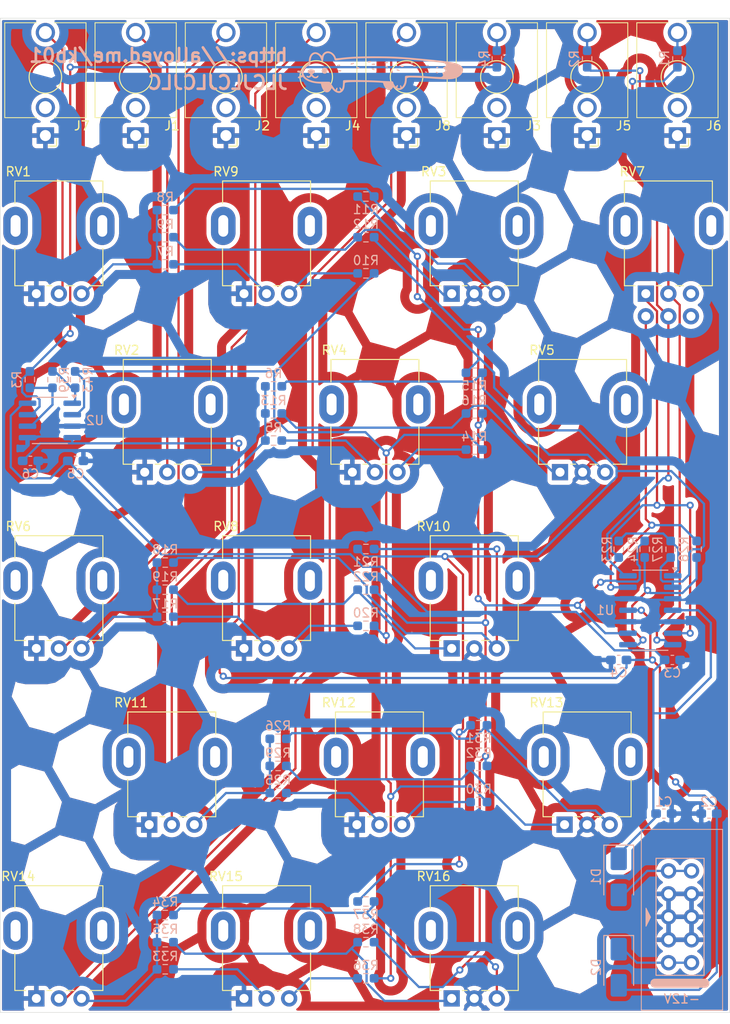
<source format=kicad_pcb>
(kicad_pcb (version 20240108) (generator "pcbnew") (generator_version "8.0")
  (layers (0 "F.Cu" signal) (31 "B.Cu" signal) (34 "B.Paste" user) (35 "F.Paste" user) (36 "B.SilkS" user "B.Silkscreen") (37 "F.SilkS" user "F.Silkscreen") (38 "B.Mask" user) (39 "F.Mask" user) (44 "Edge.Cuts" user))
  (net 0 "")
  (net 3 "GND1")
  (net 4 "Net-(R1-Pad2)")
  (net 5 "/controls/MIX_L")
  (net 6 "/controls/MIX_R")
  (net 7 "-12V")
  (net 8 "+12V")
  (net 9 "Net-(R3-Pad1)")
  (net 10 "Net-(R11-Pad2)")
  (net 11 "Net-(R12-Pad2)")
  (net 12 "/controls/SEND")
  (net 13 "Net-(J3-PadT)")
  (net 15 "Net-(J5-PadT)")
  (net 16 "Net-(U1D--)")
  (net 17 "Net-(U1B--)")
  (net 18 "Net-(J6-PadT)")
  (net 20 "Net-(J7-PadT)")
  (net 21 "Net-(R23-Pad2)")
  (net 22 "Net-(R24-Pad1)")
  (net 23 "Net-(R39-Pad2)")
  (net 24 "Net-(D1-A)")
  (net 25 "Net-(D2-K)")
  (net 26 "Net-(R2-Pad2)")
  (net 27 "Net-(J1-PadT)")
  (net 28 "Net-(R7-Pad2)")
  (net 30 "Net-(J2-PadT)")
  (net 33 "Net-(J4-PadT)")
  (net 34 "Net-(J8-PadT)")
  (net 36 "Net-(R5-Pad1)")
  (net 37 "Net-(R13-Pad2)")
  (net 38 "Net-(R15-Pad2)")
  (net 39 "Net-(R13-Pad1)")
  (net 40 "Net-(R14-Pad2)")
  (net 41 "Net-(U2B--)")
  (net 42 "Net-(R17-Pad2)")
  (net 45 "Net-(R17-Pad1)")
  (net 46 "Net-(R18-Pad1)")
  (net 47 "Net-(R19-Pad1)")
  (net 48 "Net-(R20-Pad2)")
  (net 49 "Net-(R25-Pad2)")
  (net 50 "Net-(R25-Pad1)")
  (net 51 "Net-(R26-Pad1)")
  (net 52 "Net-(R29-Pad1)")
  (net 53 "Net-(R30-Pad2)")
  (net 54 "Net-(R33-Pad2)")
  (net 55 "Net-(R33-Pad1)")
  (net 56 "Net-(R34-Pad1)")
  (net 57 "Net-(R35-Pad1)")
  (net 58 "Net-(R36-Pad2)")
  (net 59 "Net-(R10-Pad2)")
  (net 60 "Net-(R7-Pad1)")
  (footprint "KitsBlips:Potentiometer_Alpha_RD901F-40-00D_Single_Vertical" (layer "F.Cu") (at 164.5 92.725)
    (property "Reference" "RV5")
    (property "Value" "B10k")
  )
  (footprint "KitsBlips:Jack_3.5mm_QingPu_WQP-PJ398SM_Vertical_CircularHoles" (layer "F.Cu") (at 145 56.5 180)
    (property "Reference" "J8")
    (property "Value" "MONO_IN")
  )
  (footprint "KitsBlips:Potentiometer_Alpha_RD901F-40-00D_Single_Vertical" (layer "F.Cu") (at 165 131.725)
    (property "Reference" "RV13")
    (property "Value" "B10k")
  )
  (footprint "KitsBlips:Potentiometer_Alpha_RD901F-40-00D_Single_Vertical" (layer "F.Cu") (at 141.5 92.725)
    (property "Reference" "RV4")
    (property "Value" "A10k")
  )
  (footprint "KitsBlips:Potentiometer_Alpha_RD901F-40-00D_Single_Vertical" (layer "F.Cu") (at 129.5 112.225)
    (property "Reference" "RV8")
    (property "Value" "A10k")
  )
  (footprint "KitsBlips:Potentiometer_Alpha_RD901F-40-00D_Single_Vertical" (layer "F.Cu") (at 152.5 72.975)
    (property "Reference" "RV3")
    (property "Value" "B10k")
  )
  (footprint "KitsBlips:Jack_3.5mm_QingPu_WQP-PJ398SM_Vertical_CircularHoles" (layer "F.Cu") (at 165 56.5 180)
    (property "Reference" "J5")
    (property "Value" "MIX_L")
  )
  (footprint "KitsBlips:Potentiometer_Alpha_RD901F-40-00D_Single_Vertical" (layer "F.Cu") (at 119 131.725)
    (property "Reference" "RV11")
    (property "Value" "A10k")
  )
  (footprint "KitsBlips:Jack_3.5mm_QingPu_WQP-PJ398SM_Vertical_CircularHoles" (layer "F.Cu") (at 125 56.5 180)
    (property "Reference" "J2")
    (property "Value" "MONO_IN")
  )
  (footprint "KitsBlips:Potentiometer_Alpha_RD901F-40-00D_Single_Vertical" (layer "F.Cu") (at 152.5 112.225)
    (property "Reference" "RV10")
    (property "Value" "B10k")
  )
  (footprint "KitsBlips:Jack_3.5mm_QingPu_WQP-PJ398SM_Vertical_CircularHoles" (layer "F.Cu") (at 155 56.5 180)
    (property "Reference" "J3")
    (property "Value" "SEND_L")
  )
  (footprint "KitsBlips:Potentiometer_Alpha_RD901F-40-00D_Single_Vertical" (layer "F.Cu") (at 129.5 150.95)
    (property "Reference" "RV15")
    (property "Value" "A10k")
  )
  (footprint "KitsBlips:Potentiometer_Alpha_RD901F-40-00D_Single_Vertical" (layer "F.Cu") (at 129.5 72.975)
    (property "Reference" "RV9")
    (property "Value" "A10k")
  )
  (footprint "KitsBlips:Potentiometer_Alpha_RD901F-40-00D_Single_Vertical" (layer "F.Cu") (at 106.5 72.975)
    (property "Reference" "RV1")
    (property "Value" "A10k")
  )
  (footprint "KitsBlips:Potentiometer_Alpha_RD902F-40-00D_Dual_Vertical" (layer "F.Cu") (at 174 72.975)
    (property "Reference" "RV7")
    (property "Value" "A10k")
  )
  (footprint "KitsBlips:Jack_3.5mm_QingPu_WQP-PJ398SM_Vertical_CircularHoles" (layer "F.Cu") (at 105 56.5 180)
    (property "Reference" "J7")
    (property "Value" "MONO_IN")
  )
  (footprint "KitsBlips:Jack_3.5mm_QingPu_WQP-PJ398SM_Vertical_CircularHoles" (layer "F.Cu") (at 135 56.5 180)
    (property "Reference" "J4")
    (property "Value" "MONO_IN")
  )
  (footprint "KitsBlips:Potentiometer_Alpha_RD901F-40-00D_Single_Vertical" (layer "F.Cu") (at 118.5 92.725)
    (property "Reference" "RV2")
    (property "Value" "A10k")
  )
  (footprint "KitsBlips:Potentiometer_Alpha_RD901F-40-00D_Single_Vertical" (layer "F.Cu") (at 106.5 112.225)
    (property "Reference" "RV6")
    (property "Value" "A10k")
  )
  (footprint "KitsBlips:Potentiometer_Alpha_RD901F-40-00D_Single_Vertical" (layer "F.Cu") (at 152.5 150.95)
    (property "Reference" "RV16")
    (property "Value" "B10k")
  )
  (footprint "KitsBlips:Potentiometer_Alpha_RD901F-40-00D_Single_Vertical" (layer "F.Cu") (at 142 131.725)
    (property "Reference" "RV12")
    (property "Value" "A10k")
  )
  (footprint "KitsBlips:Jack_3.5mm_QingPu_WQP-PJ398SM_Vertical_CircularHoles" (layer "F.Cu") (at 175 56.5 180)
    (property "Reference" "J6")
    (property "Value" "MIX_R")
  )
  (footprint "KitsBlips:Potentiometer_Alpha_RD901F-40-00D_Single_Vertical" (layer "F.Cu") (at 106.5 150.95)
    (property "Reference" "RV14")
    (property "Value" "A10k")
  )
  (footprint "KitsBlips:Jack_3.5mm_QingPu_WQP-PJ398SM_Vertical_CircularHoles" (layer "F.Cu") (at 115 56.5 180)
    (property "Reference" "J1")
    (property "Value" "MONO_IN")
  )
  (footprint "Resistor_SMD:R_0603_1608Metric_Pad0.98x0.95mm_HandSolder" (layer "B.Cu") (at 130.275 90.725 180)
    (property "Reference" "R6")
    (property "Value" "10k")
  )
  (footprint "Resistor_SMD:R_0603_1608Metric_Pad0.98x0.95mm_HandSolder" (layer "B.Cu") (at 118.275 152.225 180)
    (property "Reference" "R35")
    (property "Value" "10k")
  )
  (footprint "Resistor_SMD:R_0603_1608Metric_Pad0.98x0.95mm_HandSolder" (layer "B.Cu") (at 153 132.725 180)
    (property "Reference" "R32")
    (property "Value" "100k")
  )
  (footprint "Resistor_SMD:R_0603_1608Metric_Pad0.98x0.95mm_HandSolder" (layer "B.Cu") (at 168.5 108.75 90)
    (property "Reference" "R23")
    (property "Value" "4k7")
  )
  (footprint "Capacitor_SMD:C_0603_1608Metric_Pad1.08x0.95mm_HandSolder" (layer "B.Cu") (at 108.35 98.975)
    (property "Reference" "C5")
    (property "Value" "0.1uf")
  )
  (footprint "Resistor_SMD:R_0603_1608Metric_Pad0.98x0.95mm_HandSolder" (layer "B.Cu") (at 118.275 71.225 180)
    (property "Reference" "R8")
    (property "Value" "10k")
  )
  (footprint "Resistor_SMD:R_0603_1608Metric_Pad0.98x0.95mm_HandSolder" (layer "B.Cu") (at 140.5 113.225 180)
    (property "Reference" "R22")
    (property "Value" "100k")
  )
  (footprint "Capacitor_SMD:C_0603_1608Metric_Pad1.08x0.95mm_HandSolder" (layer "B.Cu") (at 178.5 138)
    (property "Reference" "C2")
    (property "Value" "10uF")
  )
  (footprint "Resistor_SMD:R_0603_1608Metric_Pad0.98x0.95mm_HandSolder" (layer "B.Cu") (at 130.275 96.725 180)
    (property "Reference" "R5")
    (property "Value" "10k")
  )
  (footprint "Diode_SMD:D_SMA" (layer "B.Cu") (at 168.5 155 -90)
    (property "Reference" "D2")
    (property "Value" "SS14")
  )
  (footprint "Resistor_SMD:R_0603_1608Metric_Pad0.98x0.95mm_HandSolder" (layer "B.Cu") (at 118.275 74.225 180)
    (property "Reference" "R9")
    (property "Value" "10k")
  )
  (footprint "Resistor_SMD:R_0603_1608Metric_Pad0.98x0.95mm_HandSolder" (layer "B.Cu") (at 130.775 135.725 180)
    (property "Reference" "R25")
    (property "Value" "10k")
  )
  (footprint "Resistor_SMD:R_0603_1608Metric_Pad0.98x0.95mm_HandSolder" (layer "B.Cu") (at 165 54.5 -90)
    (property "Reference" "R2")
    (property "Value" "1k")
  )
  (footprint "KitsBlips:logo" (layer "B.Cu") (at 142 56 180)
    (property "Reference" "REF**" (hide yes))
    (property "Value" "LOGO" (hide yes))
  )
  (footprint "Package_SO:SOIC-14_3.9x8.7mm_P1.27mm" (layer "B.Cu") (at 172 115.5 180)
    (property "Reference" "U1")
    (property "Value" "TL074")
  )
  (footprint "Resistor_SMD:R_0603_1608Metric_Pad0.98x0.95mm_HandSolder" (layer "B.Cu") (at 118.275 113.225 180)
    (property "Reference" "R19")
    (property "Value" "10k")
  )
  (footprint "Resistor_SMD:R_0603_1608Metric_Pad0.98x0.95mm_HandSolder" (layer "B.Cu") (at 130.275 93.725 180)
    (property "Reference" "R13")
    (property "Value" "10k")
  )
  (footprint "Resistor_SMD:R_0603_1608Metric_Pad0.98x0.95mm_HandSolder" (layer "B.Cu") (at 140.5 69.725)
    (property "Reference" "R11")
    (property "Value" "100k")
  )
  (footprint "Resistor_SMD:R_0603_1608Metric_Pad0.98x0.95mm_HandSolder" (layer "B.Cu") (at 140.5 117.225 180)
    (property "Reference" "R20")
    (property "Value" "100k")
  )
  (footprint "Resistor_SMD:R_0603_1608Metric_Pad0.98x0.95mm_HandSolder" (layer "B.Cu") (at 130.775 132.725 180)
    (property "Reference" "R29")
    (property "Value" "10k")
  )
  (footprint "Capacitor_SMD:C_0603_1608Metric_Pad1.08x0.95mm_HandSolder" (layer "B.Cu") (at 103.35 98.975)
    (property "Reference" "C6")
    (property "Value" "0.1uf")
  )
  (footprint "Resistor_SMD:R_0603_1608Metric_Pad0.98x0.95mm_HandSolder" (layer "B.Cu") (at 140.5 156.225 180)
    (property "Reference" "R36")
    (property "Value" "100k")
  )
  (footprint "Resistor_SMD:R_0603_1608Metric_Pad0.98x0.95mm_HandSolder" (layer "B.Cu") (at 155 54.5 -90)
    (property "Reference" "R4")
    (property "Value" "1k")
  )
  (footprint "Package_SO:SOIC-8_3.9x4.9mm_P1.27mm" (layer "B.Cu") (at 105.5 94.5 180)
    (property "Reference" "U2")
    (property "Value" "TL072")
  )
  (footprint "Resistor_SMD:R_0603_1608Metric_Pad0.98x0.95mm_HandSolder" (layer "B.Cu") (at 153 136.725 180)
    (property "Reference" "R30")
    (property "Value" "100k")
  )
  (footprint "Diode_SMD:D_SMA" (layer "B.Cu") (at 168.5 145 -90)
    (property "Reference" "D1")
    (property "Value" "SS14")
  )
  (footprint "Resistor_SMD:R_0603_1608Metric_Pad0.98x0.95mm_HandSolder" (layer "B.Cu") (at 175 54.5 -90)
    (property "Reference" "R1")
    (property "Value" "1k")
  )
  (footprint "Resistor_SMD:R_0603_1608Metric_Pad0.98x0.95mm_HandSolder" (layer "B.Cu") (at 118.275 155.225 180)
    (property "Reference" "R33")
    (property "Value" "10k")
  )
  (footprint "Resistor_SMD:R_0603_1608Metric_Pad0.98x0.95mm_HandSolder" (layer "B.Cu") (at 152.5 97.725 180)
    (property "Reference" "R14")
    (property "Value" "100k")
  )
  (footprint "Resistor_SMD:R_0603_1608Metric_Pad0.98x0.95mm_HandSolder" (layer "B.Cu") (at 118.275 149.225 180)
    (property "Reference" "R34")
    (property "Value" "10k")
  )
  (footprint "Resistor_SMD:R_0603_1608Metric_Pad0.98x0.95mm_HandSolder" (layer "B.Cu") (at 140.5 74.225 180)
    (property "Reference" "R12")
    (property "Value" "100k")
  )
  (footprint "Resistor_SMD:R_0603_1608Metric_Pad0.98x0.95mm_HandSolder" (layer "B.Cu") (at 103.28 89.985 -90)
    (property "Reference" "R3")
    (property "Value" "10k")
  )
  (footprint "Resistor_SMD:R_0603_1608Metric_Pad0.98x0.95mm_HandSolder" (layer "B.Cu") (at 140.5 78.225 180)
    (property "Reference" "R10")
    (property "Value" "100k")
  )
  (footprint "Resistor_SMD:R_0603_1608Metric_Pad0.98x0.95mm_HandSolder" (layer "B.Cu") (at 152.5 93.725 180)
    (property "Reference" "R16")
    (property "Value" "100k")
  )
  (footprint "Resistor_SMD:R_0603_1608Metric_Pad0.98x0.95mm_HandSolder" (layer "B.Cu") (at 118.275 110.225 180)
    (property "Reference" "R18")
    (property "Value" "10k")
  )
  (footprint "Capacitor_SMD:C_0603_1608Metric_Pad1.08x0.95mm_HandSolder" (layer "B.Cu") (at 173.5 138)
    (property "Reference" "C1")
    (property "Value" "10uF")
  )
  (footprint "Resistor_SMD:R_0603_1608Metric_Pad0.98x0.95mm_HandSolder" (layer "B.Cu") (at 140.5 152.225 180)
    (property "Reference" "R38")
    (property "Value" "100k")
  )
  (footprint "Resistor_SMD:R_0603_1608Metric_Pad0.98x0.95mm_HandSolder" (layer "B.Cu") (at 118.275 116.225 180)
    (property "Reference" "R17")
    (property "Value" "10k")
  )
  (footprint "Resistor_SMD:R_0603_1608Metric_Pad0.98x0.95mm_HandSolder" (layer "B.Cu") (at 105.79 89.985 90)
    (property "Reference" "R39")
    (property "Value" "10k")
  )
  (footprint "Resistor_SMD:R_0603_1608Metric_Pad0.98x0.95mm_HandSolder" (layer "B.Cu") (at 130.775 129.725 180)
    (property "Reference" "R26")
    (property "Value" "10k")
  )
  (footprint "Resistor_SMD:R_0603_1608Metric_Pad0.98x0.95mm_HandSolder" (layer "B.Cu") (at 174.25 108.75 -90)
    (property "Reference" "R27")
    (property "Value" "100k")
  )
  (footprint "KitsBlips:Pins_2x05_2.54mm_TH_Europower_shrouded" (layer "B.Cu") (at 175.5 151 180)
    (property "Reference" "J12" (hide yes))
    (property "Value" "EURO_PWR_2x5" (hide yes))
  )
  (footprint "Resistor_SMD:R_0603_1608Metric_Pad0.98x0.95mm_HandSolder" (layer "B.Cu") (at 140.5 108.725)
    (property "Reference" "R21")
    (property "Value" "100k")
  )
  (footprint "Capacitor_SMD:C_0603_1608Metric_Pad1.08x0.95mm_HandSolder" (layer "B.Cu") (at 174.44 121)
    (property "Reference" "C3")
    (property "Value" "0.1uf")
  )
  (footprint "Resistor_SMD:R_0603_1608Metric_Pad0.98x0.95mm_HandSolder" (layer "B.Cu") (at 152.5 89.225)
    (property "Reference" "R15")
    (property "Value" "100k")
  )
  (footprint "Capacitor_SMD:C_0603_1608Metric_Pad1.08x0.95mm_HandSolder" (layer "B.Cu") (at 168.5 121 180)
    (property "Reference" "C4")
    (property "Value" "0.1uf")
  )
  (footprint "Resistor_SMD:R_0603_1608Metric_Pad0.98x0.95mm_HandSolder" (layer "B.Cu") (at 177.125 108.75 -90)
    (property "Reference" "R28")
    (property "Value" "4k7")
  )
  (footprint "Resistor_SMD:R_0603_1608Metric_Pad0.98x0.95mm_HandSolder" (layer "B.Cu") (at 140.5 147.725)
    (property "Reference" "R37")
    (property "Value" "100k")
  )
  (footprint "Resistor_SMD:R_0603_1608Metric_Pad0.98x0.95mm_HandSolder" (layer "B.Cu") (at 118.275 77.225 180)
    (property "Reference" "R7")
    (property "Value" "10k")
  )
  (footprint "Resistor_SMD:R_0603_1608Metric_Pad0.98x0.95mm_HandSolder" (layer "B.Cu") (at 153 128.225)
    (property "Reference" "R31")
    (property "Value" "100k")
  )
  (footprint "Resistor_SMD:R_0603_1608Metric_Pad0.98x0.95mm_HandSolder" (layer "B.Cu") (at 108.3 89.985 90)
    (property "Reference" "R43")
    (property "Value" "100k")
  )
  (footprint "Resistor_SMD:R_0603_1608Metric_Pad0.98x0.95mm_HandSolder" (layer "B.Cu") (at 171.375 108.75 90)
    (property "Reference" "R24")
    (property "Value" "100k")
  )
  (gr_rect (start 100 50) (end 180.8 160) (stroke (width 0.05)) (fill none) (layer "Edge.Cuts"))
  (gr_text "JLCJLCJLCJLC" (at 132 58 0) (layer "B.SilkS") (effects (font (size 1.5 1.5) (thickness 0.3) (bold yes)) (justify left bottom mirror)))
  (gr_text "https://alloyed.me/kb01\n" (at 132 55 0) (layer "B.SilkS") (effects (font (size 1.5 1.5) (thickness 0.3) (bold yes)) (justify left bottom mirror)))
  (segment (start 172.7499 81.7249) (end 174 82.975) (width 0.25) (layer "F.Cu") (net 4))
  (segment (start 170.0222 65.3253) (end 172.7499 68.053) (width 0.25) (layer "F.Cu") (net 4))
  (segment (start 172.7499 68.053) (end 172.7499 81.7249) (width 0.25) (layer "F.Cu") (net 4))
  (segment (start 174 100.8793) (end 174 82.975) (width 0.25) (layer "F.Cu") (net 4))
  (segment (start 170.0222 56.9852) (end 170.0222 65.3253) (width 0.25) (layer "F.Cu") (net 4))
  (via (at 174 100.8793) (size 0.8) (drill 0.4) (layers "F.Cu" "B.Cu") (net 4))
  (via (at 170.0222 56.9852) (size 0.8) (drill 0.4) (layers "F.Cu" "B.Cu") (net 4))
  (segment (start 174 100.8793) (end 173.441 100.8793) (width 0.25) (layer "B.Cu") (net 4))
  (segment (start 167.2335 107.0868) (end 167.2335 109.7717) (width 0.25) (layer "B.Cu") (net 4))
  (segment (start 173.4273 56.9852) (end 170.0222 56.9852) (width 0.25) (layer "B.Cu") (net 4))
  (segment (start 169.1518 111.69) (end 169.525 111.69) (width 0.25) (layer "B.Cu") (net 4))
  (segment (start 173.441 100.8793) (end 167.2335 107.0868) (width 0.25) (layer "B.Cu") (net 4))
  (segment (start 175 55.4125) (end 173.4273 56.9852) (width 0.25) (layer "B.Cu") (net 4))
  (segment (start 167.2335 109.7717) (end 169.1518 111.69) (width 0.25) (layer "B.Cu") (net 4))
  (segment (start 151.25 128.5814) (end 151.25 111.5429) (width 0.25) (layer "F.Cu") (net 5))
  (segment (start 150.8475 128.9839) (end 151.25 128.5814) (width 0.25) (layer "F.Cu") (net 5))
  (segment (start 146.2 80.8) (end 146.2 76.3375) (width 0.25) (layer "F.Cu") (net 5))
  (segment (start 150.8475 143.5906) (end 150.8475 128.9839) (width 0.25) (layer "F.Cu") (net 5))
  (segment (start 151.25 111.5429) (end 149.253 109.5459) (width 0.25) (layer "F.Cu") (net 5))
  (via (at 150.8475 143.5906) (size 0.8) (drill 0.4) (layers "F.Cu" "B.Cu") (net 5))
  (via (at 146.2 76.3375) (size 0.8) (drill 0.4) (layers "F.Cu" "B.Cu") (net 5))
  (via (at 146.2 80.8) (size 0.8) (drill 0.4) (layers "F.Cu" "B.Cu") (net 5))
  (via (at 150.8475 128.9839) (size 0.8) (drill 0.4) (layers "F.Cu" "B.Cu") (net 5))
  (via (at 149.253 109.5459) (size 0.8) (drill 0.4) (layers "F.Cu" "B.Cu") (net 5))
  (segment (start 173.3831 112.3173) (end 174.475 112.3173) (width 0.25) (layer "B.Cu") (net 5))
  (segment (start 168.2669 100.7293) (end 168.2669 100.1002) (width 0.25) (layer "B.Cu") (net 5))
  (segment (start 151.5875 89.225) (end 153.1481 87.6644) (width 0.25) (layer "B.Cu") (net 5))
  (segment (start 159.43205 95.6) (end 154.7 90.86795) (width 0.25) (layer "B.Cu") (net 5))
  (segment (start 174.475 112.96) (end 174.475 112.3173) (width 0.25) (layer "B.Cu") (net 5))
  (segment (start 177.563 108.75) (end 177.9443 108.3687) (width 0.25) (layer "B.Cu") (net 5))
  (segment (start 150.5 85.0163) (end 150.5 85) (width 0.25) (layer "B.Cu") (net 5))
  (segment (start 159.4503 109.5459) (end 168.2669 100.7293) (width 0.25) (layer "B.Cu") (net 5))
  (segment (start 176.6832 108.75) (end 177.563 108.75) (width 0.25) (layer "B.Cu") (net 5))
  (segment (start 177.9443 108.3687) (end 177.9443 103.725) (width 0.25) (layer "B.Cu") (net 5))
  (segment (start 139.5875 147.725) (end 143.7219 143.5906) (width 0.25) (layer "B.Cu") (net 5))
  (segment (start 153.1481 87.6644) (end 150.5 85.0163) (width 0.25) (layer "B.Cu") (net 5))
  (segment (start 174.25 109.6625) (end 173.1614 110.7511) (width 0.25) (layer "B.Cu") (net 5))
  (segment (start 150.8475 128.9839) (end 151.3286 128.9839) (width 0.25) (layer "B.Cu") (net 5))
  (segment (start 146.2 76.3375) (end 139.5875 69.725) (width 0.25) (layer "B.Cu") (net 5))
  (segment (start 168.2669 100.1002) (end 168.2669 99.7227) (width 0.25) (layer "B.Cu") (net 5))
  (segment (start 174.3195 100.1002) (end 168.2669 100.1002) (width 0.25) (layer "B.Cu") (net 5))
  (segment (start 175.5491 112.3173) (end 176.3107 111.5557) (width 0.25) (layer "B.Cu") (net 5))
  (segment (start 168.2669 99.7227) (end 164.1442 95.6) (width 0.25) (layer "B.Cu") (net 5))
  (segment (start 177.9443 103.725) (end 174.3195 100.1002) (width 0.25) (layer "B.Cu") (net 5))
  (segment (start 176.3107 109.1225) (end 176.6832 108.75) (width 0.25) (layer "B.Cu") (net 5))
  (segment (start 154.7 90.86795) (end 154.7 89.2163) (width 0.25) (layer "B.Cu") (net 5))
  (segment (start 140.4084 109.5459) (end 149.253 109.5459) (width 0.25) (layer "B.Cu") (net 5))
  (segment (start 173.1614 112.0956) (end 173.3831 112.3173) (width 0.25) (layer "B.Cu") (net 5))
  (segment (start 146.2 76.4) (end 146.2 76.3375) (width 0.25) (layer "B.Cu") (net 5))
  (segment (start 146.3 80.8) (end 146.2 80.8) (width 0.25) (layer "B.Cu") (net 5))
  (segment (start 150.5 85) (end 146.3 80.8) (width 0.25) (layer "B.Cu") (net 5))
  (segment (start 174.475 112.3173) (end 175.5491 112.3173) (width 0.25) (layer "B.Cu") (net 5))
  (segment (start 151.3286 128.9839) (end 152.0875 128.225) (width 0.25) (layer "B.Cu") (net 5))
  (segment (start 173.1614 110.7511) (end 173.1614 112.0956) (width 0.25) (layer "B.Cu") (net 5))
  (segment (start 139.5875 108.725) (end 140.4084 109.5459) (width 0.25) (layer "B.Cu") (net 5))
  (segment (start 143.7219 143.5906) (end 150.8475 143.5906) (width 0.25) (layer "B.Cu") (net 5))
  (segment (start 149.253 109.5459) (end 159.4503 109.5459) (width 0.25) (layer "B.Cu") (net 5))
  (segment (start 176.3107 111.5557) (end 176.3107 109.1225) (width 0.25) (layer "B.Cu") (net 5))
  (segment (start 164.1442 95.6) (end 159.43205 95.6) (width 0.25) (layer "B.Cu") (net 5))
  (segment (start 154.7 89.2163) (end 153.1481 87.6644) (width 0.25) (layer "B.Cu") (net 5))
  (segment (start 152.9391 95.0216) (end 152.9379 95.0228) (width 0.25) (layer "F.Cu") (net 6))
  (segment (start 153.1034 153.0966) (end 153.1034 132.2936) (width 0.25) (layer "F.Cu") (net 6))
  (segment (start 153.1034 132.2936) (end 153.75 131.647) (width 0.25) (layer "F.Cu") (net 6))
  (segment (start 163.9396 114.9604) (end 163.9292 114.9604) (width 0.25) (layer "F.Cu") (net 6))
  (segment (start 153.75 116.878) (end 153.75 131.647) (width 0.25) (layer "F.Cu") (net 6))
  (segment (start 166.5 112.4) (end 163.9396 114.9604) (width 0.25) (layer "F.Cu") (net 6))
  (segment (start 152.9379 114.2213) (end 153.75 115.0334) (width 0.25) (layer "F.Cu") (net 6))
  (segment (start 153.75 115.0334) (end 153.75 116.878) (width 0.25) (layer "F.Cu") (net 6))
  (segment (start 152.9391 84.4393) (end 152.9391 95.0216) (width 0.25) (layer "F.Cu") (net 6))
  (segment (start 152.9379 95.0228) (end 152.9379 114.2213) (width 0.25) (layer "F.Cu") (net 6))
  (segment (start 150.9 155.3) (end 153.1034 153.0966) (width 0.25) (layer "F.Cu") (net 6))
  (via (at 152.9379 114.2213) (size 0.8) (drill 0.4) (layers "F.Cu" "B.Cu") (net 6))
  (via (at 153.75 116.878) (size 0.8) (drill 0.4) (layers "F.Cu" "B.Cu") (net 6))
  (via (at 153.75 131.647) (size 0.8) (drill 0.4) (layers "F.Cu" "B.Cu") (net 6))
  (via (at 150.9 155.3) (size 0.8) (drill 0.4) (layers "F.Cu" "B.Cu") (net 6))
  (via (at 166.5 112.4) (size 0.8) (drill 0.4) (layers "F.Cu" "B.Cu") (net 6))
  (via (at 152.9391 84.4393) (size 0.8) (drill 0.4) (layers "F.Cu" "B.Cu") (net 6))
  (via (at 152.9391 95.0216) (size 0.8) (drill 0.4) (layers "F.Cu" "B.Cu") (net 6))
  (via (at 163.9292 114.9604) (size 0.8) (drill 0.4) (layers "F.Cu" "B.Cu") (net 6))
  (segment (start 153.4125 93.725) (end 153.4125 94.5482) (width 0.25) (layer "B.Cu") (net 6))
  (segment (start 141.4125 74.5037) (end 151.3481 84.4393) (width 0.25) (layer "B.Cu") (net 6))
  (segment (start 149.0117 157.1883) (end 146.3758 157.1883) (width 0.25) (layer "B.Cu") (net 6))
  (segment (start 163.9292 114.9604) (end 153.677 114.9604) (width 0.25) (layer "B.Cu") (net 6))
  (segment (start 145.0654 116.8779) (end 153.75 116.8779) (width 0.25) (layer "B.Cu") (net 6))
  (segment (start 170.5651 108.6474) (end 170.5651 110.3984) (width 0.25) (layer "B.Cu") (net 6))
  (segment (start 153.75 132.5625) (end 153.75 131.647) (width 0.25) (layer "B.Cu") (net 6))
  (segment (start 166.9194 112.3327) (end 166.5569 112.3327) (width 0.25) (layer "B.Cu") (net 6))
  (segment (start 170.5573 112.3312) (end 168.3106 112.3312) (width 0.25) (layer "B.Cu") (net 6))
  (segment (start 141.4125 113.225) (end 145.0654 116.8779) (width 0.25) (layer "B.Cu") (net 6))
  (segment (start 153.677 114.9604) (end 152.9379 114.2213) (width 0.25) (layer "B.Cu") (net 6))
  (segment (start 170.8283 112.0602) (end 170.5573 112.3312) (width 0.25) (layer "B.Cu") (net 6))
  (segment (start 166.5569 112.3431) (end 166.5 112.4) (width 0.25) (layer "B.Cu") (net 6))
  (segment (start 166.5569 112.3327) (end 166.5569 112.3431) (width 0.25) (layer "B.Cu") (net 6))
  (segment (start 151.3481 84.4393) (end 152.9391 84.4393) (width 0.25) (layer "B.Cu") (net 6))
  (segment (start 170.8283 110.6616) (end 170.8283 112.0602) (width 0.25) (layer "B.Cu") (net 6))
  (segment (start 150.9 155.3) (end 149.0117 157.1883) (width 0.25) (layer "B.Cu") (net 6))
  (segment (start 168.3106 112.3312) (end 168.2121 112.2327) (width 0.25) (layer "B.Cu") (net 6))
  (segment (start 169.525 118.04) (end 167.0089 118.04) (width 0.25) (layer "B.Cu") (net 6))
  (segment (start 167.0089 118.04) (end 163.9293 114.9603) (width 0.25) (layer "B.Cu") (net 6))
  (segment (start 171.375 107.8375) (end 170.5651 108.6474) (width 0.25) (layer "B.Cu") (net 6))
  (segment (start 163.9293 114.9603) (end 163.9292 114.9604) (width 0.25) (layer "B.Cu") (net 6))
  (segment (start 153.4125 94.5482) (end 152.9391 95.0216) (width 0.25) (layer "B.Cu") (net 6))
  (segment (start 167.0194 112.2327) (end 166.9194 112.3327) (width 0.25) (layer "B.Cu") (net 6))
  (segment (start 168.2121 112.2327) (end 167.0194 112.2327) (width 0.25) (layer "B.Cu") (net 6))
  (segment (start 153.9125 132.725) (end 153.75 132.5625) (width 0.25) (layer "B.Cu") (net 6))
  (segment (start 141.4125 74.225) (end 141.4125 74.5037) (width 0.25) (layer "B.Cu") (net 6))
  (segment (start 146.3758 157.1883) (end 141.4125 152.225) (width 0.25) (layer "B.Cu") (net 6))
  (segment (start 153.75 116.8779) (end 153.75 116.878) (width 0.25) (layer "B.Cu") (net 6))
  (segment (start 170.5651 110.3984) (end 170.8283 110.6616) (width 0.25) (layer "B.Cu") (net 6))
  (segment (start 124.7 122.8) (end 124.3 122.4) (width 0.25) (layer "F.Cu") (net 7))
  (segment (start 172 116.5) (end 172 120.7677) (width 0.25) (layer "F.Cu") (net 7))
  (segment (start 124.3 118.5) (end 126.4177 116.3823) (width 0.25) (layer "F.Cu") (net 7))
  (segment (start 173.0633 132.7633) (end 173.0633 121.831) (width 0.25) (layer "F.Cu") (net 7))
  (segment (start 172 120.7677) (end 172.2323 121) (width 0.25) (layer "F.Cu") (net 7))
  (segment (start 173.0633 121.831) (end 172.2323 121) (width 0.25) (layer "F.Cu") (net 7))
  (segment (start 174.8 134.5) (end 173.0633 132.7633) (width 0.25) (layer "F.Cu") (net 7))
  (segment (start 171 115.5) (end 172 116.5) (width 0.25) (layer "F.Cu") (net 7))
  (segment (start 126.4177 116.3823) (end 126.4177 97.0308) (width 0.25) (layer "F.Cu") (net 7))
  (segment (start 124.3 122.4) (end 124.3 118.5) (width 0.25) (layer "F.Cu") (net 7))
  (via (at 171 115.5) (size 0.8) (drill 0.4) (layers "F.Cu" "B.Cu") (net 7))
  (via (at 172.2323 121) (size 0.8) (drill 0.4) (layers "F.Cu" "B.Cu") (net 7))
  (via (at 126.4177 97.0308) (size 0.8) (drill 0.4) (layers "F.Cu" "B.Cu") (net 7))
  (via (at 124.7 122.8) (size 0.8) (drill 0.4) (layers "F.Cu" "B.Cu") (net 7))
  (via (at 174.8 134.5) (size 0.8) (drill 0.4) (layers "F.Cu" "B.Cu") (net 7))
  (segment (start 176.3 136) (end 178 136) (width 0.25) (layer "B.Cu") (net 7))
  (segment (start 107.975 97.0308) (end 126.4177 97.0308) (width 0.25) (layer "B.Cu") (net 7))
  (segment (start 124.7 122.8) (end 124.9 123) (width 0.25) (layer "B.Cu") (net 7))
  (segment (start 179.3625 155.5375) (end 179.3625 138) (width 0.25) (layer "B.Cu") (net 7))
  (segment (start 177.4 157.5) (end 179.3625 155.5375) (width 0.25) (layer "B.Cu") (net 7))
  (segment (start 124.9 123) (end 168.2 123) (width 0.25) (layer "B.Cu") (net 7))
  (segment (start 104.4317 97.0308) (end 107.975 97.0308) (width 0.25) (layer "B.Cu") (net 7))
  (segment (start 168.2 123) (end 169.3625 121.8375) (width 0.25) (layer "B.Cu") (net 7))
  (segment (start 179.3625 137.3625) (end 179.3625 138) (width 0.25) (layer "B.Cu") (net 7))
  (segment (start 169.3625 121.8375) (end 169.3625 121) (width 0.25) (layer "B.Cu") (net 7))
  (segment (start 107.975 96.405) (end 107.975 97.0308) (width 0.25) (layer "B.Cu") (net 7))
  (segment (start 169.3625 121) (end 172.2323 121) (width 0.25) (layer "B.Cu") (net 7))
  (segment (start 168.5 157.5) (end 177.4 157.5) (width 0.25) (layer "B.Cu") (net 7))
  (segment (start 178 136) (end 179.3625 137.3625) (width 0.25) (layer "B.Cu") (net 7))
  (segment (start 169.525 115.5) (end 171 115.5) (width 0.25) (layer "B.Cu") (net 7))
  (segment (start 174.8 134.5) (end 176.3 136) (width 0.25) (layer "B.Cu") (net 7))
  (segment (start 102.4875 98.975) (end 104.4317 97.0308) (width 0.25) (layer "B.Cu") (net 7))
  (segment (start 147.2977 115.6854) (end 142.3039 110.6916) (width 0.25) (layer "B.Cu") (net 8))
  (segment (start 105.5625 100.9) (end 107.4875 98.975) (width 0.25) (layer "B.Cu") (net 8))
  (segment (start 172.3366 126.9) (end 174.7 126.9) (width 0.25) (layer "B.Cu") (net 8))
  (segment (start 172.3366 122.2409) (end 172.3366 126.9) (width 0.25) (layer "B.Cu") (net 8))
  (segment (start 177.3 115.5) (end 174.475 115.5) (width 0.25) (layer "B.Cu") (net 8))
  (segment (start 178.7 116.9) (end 177.3 115.5) (width 0.25) (layer "B.Cu") (net 8))
  (segment (start 142.3039 110.6916) (end 140.1637 110.6916) (width 0.25) (layer "B.Cu") (net 8))
  (segment (start 168.5 142.5) (end 172.6375 138.3625) (width 0.25) (layer "B.Cu") (net 8))
  (segment (start 173.5775 121) (end 172.3366 122.2409) (width 0.25) (layer "B.Cu") (net 8))
  (segment (start 117.8136 109.3011) (end 107.4875 98.975) (width 0.25) (layer "B.Cu") (net 8))
  (segment (start 178.7 122.9) (end 178.7 116.9) (width 0.25) (layer "B.Cu") (net 8))
  (segment (start 101.1679 93.98) (end 101.1679 99.6611) (width 0.25) (layer "B.Cu") (net 8))
  (segment (start 102.5529 92.595) (end 101.1679 93.98) (width 0.25) (layer "B.Cu") (net 8))
  (segment (start 172.3366 137.6991) (end 172.6375 138) (width 0.25) (layer "B.Cu") (net 8))
  (segment (start 172.6375 138.3625) (end 172.6375 138) (width 0.25) (layer "B.Cu") (net 8))
  (segment (start 101.1679 99.6611) (end 101.7474 100.2406) (width 0.25) (layer "B.Cu") (net 8))
  (segment (start 172.3366 126.9) (end 172.3366 137.6991) (width 0.25) (layer "B.Cu") (net 8))
  (segment (start 173.5775 121) (end 172.5125 119.935) (width 0.25) (layer "B.Cu") (net 8))
  (segment (start 101.7474 100.2406) (end 101.7474 100.2474) (width 0.25) (layer "B.Cu") (net 8))
  (segment (start 101.7474 100.2474) (end 102.4 100.9) (width 0.25) (layer "B.Cu") (net 8))
  (segment (start 140.1637 110.6916) (end 138.7732 109.3011) (width 0.25) (layer "B.Cu") (net 8))
  (segment (start 168.035 119.935) (end 163.7854 115.6854) (width 0.25) (layer "B.Cu") (net 8))
  (segment (start 172.5125 119.935) (end 168.035 119.935) (width 0.25) (layer "B.Cu") (net 8))
  (segment (start 102.4 100.9) (end 105.5625 100.9) (width 0.25) (layer "B.Cu") (net 8))
  (segment (start 103.025 92.595) (end 102.5529 92.595) (width 0.25) (layer "B.Cu") (net 8))
  (segment (start 174.7 126.9) (end 178.7 122.9) (width 0.25) (layer "B.Cu") (net 8))
  (segment (start 138.7732 109.3011) (end 117.8136 109.3011) (width 0.25) (layer "B.Cu") (net 8))
  (segment (start 163.7854 115.6854) (end 147.2977 115.6854) (width 0.25) (layer "B.Cu") (net 8))
  (segment (start 107.75 84.8877) (end 107.75 55.4125) (width 0.25) (layer "F.Cu") (net 9))
  (via (at 107.75 84.8877) (size 0.8) (drill 0.4) (layers "F.Cu" "B.Cu") (net 9))
  (via (at 107.75 55.4125) (size 0.8) (drill 0.4) (layers "F.Cu" "B.Cu") (net 9))
  (segment (start 102.9031 91.8401) (end 102.4272 91.3642) (width 0.25) (layer "B.Cu") (net 9))
  (segment (start 103.28 89.0725) (end 107.4648 84.8877) (width 0.25) (layer "B.Cu") (net 9))
  (segment (start 107.4648 84.8877) (end 107.75 84.8877) (width 0.25) (layer "B.Cu") (net 9))
  (segment (start 102.4272 91.3642) (end 102.4272 89.9253) (width 0.25) (layer "B.Cu") (net 9))
  (segment (start 102.4272 89.9253) (end 103.28 89.0725) (width 0.25) (layer "B.Cu") (net 9))
  (segment (start 103.4564 93.865) (end 104.3572 92.9642) (width 0.25) (layer "B.Cu") (net 9))
  (segment (start 155 55.4125) (end 107.75 55.4125) (width 0.25) (layer "B.Cu") (net 9))
  (segment (start 104.3572 92.1958) (end 104.0015 91.8401) (width 0.25) (layer "B.Cu") (net 9))
  (segment (start 103.025 93.865) (end 103.4564 93.865) (width 0.25) (layer "B.Cu") (net 9))
  (segment (start 104.3572 92.9642) (end 104.3572 92.1958) (width 0.25) (layer "B.Cu") (net 9))
  (segment (start 104.0015 91.8401) (end 102.9031 91.8401) (width 0.25) (layer "B.Cu") (net 9))
  (segment (start 141.4125 69.725) (end 140.5648 68.8773) (width 0.25) (layer "B.Cu") (net 10))
  (segment (start 148.4523 77.1523) (end 151.4273 77.1523) (width 0.25) (layer "B.Cu") (net 10))
  (segment (start 141.4125 70.1125) (end 148.4523 77.1523) (width 0.25) (layer "B.Cu") (net 10))
  (segment (start 141.4125 69.725) (end 141.4125 70.1125) (width 0.25) (layer "B.Cu") (net 10))
  (segment (start 121.5352 68.8773) (end 119.1875 71.225) (width 0.25) (layer "B.Cu") (net 10))
  (segment (start 151.4273 77.1523) (end 155 80.725) (width 0.25) (layer "B.Cu") (net 10))
  (segment (start 140.5648 68.8773) (end 121.5352 68.8773) (width 0.25) (layer "B.Cu") (net 10))
  (segment (start 149.2333 80.725) (end 150 80.725) (width 0.25) (layer "B.Cu") (net 11))
  (segment (start 120.5625 75.6) (end 119.1875 74.225) (width 0.25) (layer "B.Cu") (net 11))
  (segment (start 139.5875 74.225) (end 140.4044 73.4081) (width 0.25) (layer "B.Cu") (net 11))
  (segment (start 140.4044 73.4081) (end 141.9164 73.4081) (width 0.25) (layer "B.Cu") (net 11))
  (segment (start 139.5875 74.225) (end 138.2125 75.6) (width 0.25) (layer "B.Cu") (net 11))
  (segment (start 141.9164 73.4081) (end 149.2333 80.725) (width 0.25) (layer "B.Cu") (net 11))
  (segment (start 138.2125 75.6) (end 120.5625 75.6) (width 0.25) (layer "B.Cu") (net 11))
  (segment (start 143.25 134.6572) (end 143.25 156.225) (width 0.25) (layer "F.Cu") (net 12))
  (segment (start 142.75 134.1572) (end 143.25 134.6572) (width 0.25) (layer "F.Cu") (net 12))
  (segment (start 142.75 98.1) (end 142.75 118.3015) (width 0.25) (layer "F.Cu") (net 12))
  (segment (start 142.75 118.3015) (end 142.75 134.1572) (width 0.25) (layer "F.Cu") (net 12))
  (via (at 143.25 136.1) (size 0.8) (drill 0.4) (layers "F.Cu" "B.Cu") (net 12))
  (via (at 142.75 98.1) (size 0.8) (drill 0.4) (layers "F.Cu" "B.Cu") (net 12))
  (via (at 142.75 118.3015) (size 0.8) (drill 0.4) (layers "F.Cu" "B.Cu") (net 12))
  (via (at 143.25 156.225) (size 0.8) (drill 0.4) (layers "F.Cu" "B.Cu") (net 12))
  (segment (start 131.9031 95.8) (end 130.3475 94.2444) (width 0.25) (layer "B.Cu") (net 12))
  (segment (start 143.25 136.1) (end 144.35 135) (width 0.25) (layer "B.Cu") (net 12))
  (segment (start 141.4125 156.225) (end 143.25 156.225) (width 0.25) (layer "B.Cu") (net 12))
  (segment (start 152.1875 135) (end 153.9125 136.725) (width 0.25) (layer "B.Cu") (net 12))
  (segment (start 109.287 93.0413) (end 108.4633 93.865) (width 0.25) (layer "B.Cu") (net 12))
  (segment (start 141.4125 117.225) (end 142.489 118.3015) (width 0.25) (layer "B.Cu") (net 12))
  (segment (start 108.3 89.0725) (end 109.287 90.0595) (width 0.25) (layer "B.Cu") (net 12))
  (segment (start 142.75 98.1) (end 144.75 96.1) (width 0.25) (layer "B.Cu") (net 12))
  (segment (start 140.45 95.8) (end 131.9031 95.8) (width 0.25) (layer "B.Cu") (net 12))
  (segment (start 142.489 118.3015) (end 142.75 118.3015) (width 0.25) (layer "B.Cu") (net 12))
  (segment (start 130.565 89.0725) (end 130.3475 89.0725) (width 0.25) (layer "B.Cu") (net 12))
  (segment (start 109.287 90.0595) (end 109.287 93.0413) (width 0.25) (layer "B.Cu") (net 12))
  (segment (start 141.4125 78.225) (end 130.565 89.0725) (width 0.25) (layer "B.Cu") (net 12))
  (segment (start 130.3475 94.2444) (end 130.3475 89.0725) (width 0.25) (layer "B.Cu") (net 12))
  (segment (start 151.7875 96.1) (end 153.4125 97.725) (width 0.25) (layer "B.Cu") (net 12))
  (segment (start 130.3475 89.0725) (end 108.3 89.0725) (width 0.25) (layer "B.Cu") (net 12))
  (segment (start 144.75 96.1) (end 151.7875 96.1) (width 0.25) (layer "B.Cu") (net 12))
  (segment (start 142.75 98.1) (end 140.45 95.8) (width 0.25) (layer "B.Cu") (net 12))
  (segment (start 144.35 135) (end 152.1875 135) (width 0.25) (layer "B.Cu") (net 12))
  (segment (start 108.4633 93.865) (end 107.975 93.865) (width 0.25) (layer "B.Cu") (net 12))
  (segment (start 155 51.58) (end 155 53.5875) (width 0.25) (layer "B.Cu") (net 13))
  (segment (start 165 51.58) (end 165 53.5875) (width 0.25) (layer "B.Cu") (net 15))
  (segment (start 171.5 82.975) (end 171.5 105.4233) (width 0.25) (layer "F.Cu") (net 16))
  (segment (start 167.6157 110.637) (end 167.6157 112.96) (width 0.25) (layer "F.Cu") (net 16))
  (segment (start 172.1647 106.088) (end 167.6157 110.637) (width 0.25) (layer "F.Cu") (net 16))
  (segment (start 171.5 105.4233) (end 172.1647 106.088) (width 0.25) (layer "F.Cu") (net 16))
  (via (at 172.1647 106.088) (size 0.8) (drill 0.4) (layers "F.Cu" "B.Cu") (net 16))
  (via (at 167.6157 112.96) (size 0.8) (drill 0.4) (layers "F.Cu" "B.Cu") (net 16))
  (segment (start 169.525 112.96) (end 167.6157 112.96) (width 0.25) (layer "B.Cu") (net 16))
  (segment (start 177.125 107.8375) (end 175.3755 106.088) (width 0.25) (layer "B.Cu") (net 16))
  (segment (start 175.3755 106.088) (end 172.1647 106.088) (width 0.25) (layer "B.Cu") (net 16))
  (segment (start 171.5 80.475) (end 171.5 81.177) (width 0.25) (layer "F.Cu") (net 17))
  (segment (start 171.5 81.177) (end 172.7383 82.4153) (width 0.25) (layer "F.Cu") (net 17))
  (segment (start 172.7383 82.4153) (end 172.7383 103.8826) (width 0.25) (layer "F.Cu") (net 17))
  (segment (start 176.4089 118.04) (end 176.4089 103.8826) (width 0.25) (layer "F.Cu") (net 17))
  (via (at 172.7383 103.8826) (size 0.8) (drill 0.4) (layers "F.Cu" "B.Cu") (net 17))
  (via (at 176.4089 118.04) (size 0.8) (drill 0.4) (layers "F.Cu" "B.Cu") (net 17))
  (via (at 176.4089 103.8826) (size 0.8) (drill 0.4) (layers "F.Cu" "B.Cu") (net 17))
  (segment (start 171.1558 103.8826) (end 172.7383 103.8826) (width 0.25) (layer "B.Cu") (net 17))
  (segment (start 174.475 118.04) (end 176.4089 118.04) (width 0.25) (layer "B.Cu") (net 17))
  (segment (start 167.6852 108.8477) (end 167.6852 107.3532) (width 0.25) (layer "B.Cu") (net 17))
  (segment (start 172.7383 103.8826) (end 176.4089 103.8826) (width 0.25) (layer "B.Cu") (net 17))
  (segment (start 168.5 109.6625) (end 167.6852 108.8477) (width 0.25) (layer "B.Cu") (net 17))
  (segment (start 167.6852 107.3532) (end 171.1558 103.8826) (width 0.25) (layer "B.Cu") (net 17))
  (segment (start 175 53.5875) (end 175 51.58) (width 0.25) (layer "B.Cu") (net 18))
  (segment (start 105 51.58) (end 106.8984 53.4784) (width 0.25) (layer "F.Cu") (net 20))
  (segment (start 106.8984 53.4784) (end 106.8984 80.3266) (width 0.25) (layer "F.Cu") (net 20))
  (segment (start 106.8984 80.3266) (end 106.5 80.725) (width 0.25) (layer "F.Cu") (net 20))
  (segment (start 174.25 107.8375) (end 175.1033 108.6908) (width 0.25) (layer "B.Cu") (net 21))
  (segment (start 175.1033 111.0617) (end 174.475 111.69) (width 0.25) (layer "B.Cu") (net 21))
  (segment (start 169.3237 107.0138) (end 173.4263 107.0138) (width 0.25) (layer "B.Cu") (net 21))
  (segment (start 175.1033 108.6908) (end 175.1033 111.0617) (width 0.25) (layer "B.Cu") (net 21))
  (segment (start 168.5 107.8375) (end 169.3237 107.0138) (width 0.25) (layer "B.Cu") (net 21))
  (segment (start 173.4263 107.0138) (end 174.25 107.8375) (width 0.25) (layer "B.Cu") (net 21))
  (segment (start 170 117.6) (end 171.1889 118.7889) (width 0.25) (layer "F.Cu") (net 22))
  (segment (start 171.7 113.3) (end 170 115) (width 0.25) (layer "F.Cu") (net 22))
  (segment (start 170 115) (end 170 117.6) (width 0.25) (layer "F.Cu") (net 22))
  (via (at 171.7 113.3) (size 0.8) (drill 0.4) (layers "F.Cu" "B.Cu") (net 22))
  (via (at 171.1889 118.7889) (size 0.8) (drill 0.4) (layers "F.Cu" "B.Cu") (net 22))
  (segment (start 171.1889 118.7889) (end 170.6678 119.31) (width 0.25) (layer "B.Cu") (net 22))
  (segment (start 175.5531 113.595) (end 177.125 112.0231) (width 0.25) (layer "B.Cu") (net 22))
  (segment (start 177.125 112.0231) (end 177.125 109.6625) (width 0.25) (layer "B.Cu") (net 22))
  (segment (start 171.995 113.595) (end 175.5531 113.595) (width 0.25) (layer "B.Cu") (net 22))
  (segment (start 170.6678 119.31) (end 169.525 119.31) (width 0.25) (layer "B.Cu") (net 22))
  (segment (start 171.375 112.975) (end 171.7 113.3) (width 0.25) (layer "B.Cu") (net 22))
  (segment (start 171.375 109.6625) (end 171.375 112.975) (width 0.25) (layer "B.Cu") (net 22))
  (segment (start 171.7 113.3) (end 171.995 113.595) (width 0.25) (layer "B.Cu") (net 22))
  (segment (start 107.8975 90.8975) (end 106.0725 89.0725) (width 0.25) (layer "B.Cu") (net 23))
  (segment (start 106.0725 89.0725) (end 105.79 89.0725) (width 0.25) (layer "B.Cu") (net 23))
  (segment (start 108.3 90.8975) (end 107.8975 90.8975) (width 0.25) (layer "B.Cu") (net 23))
  (segment (start 108.3 92.27) (end 108.3 90.8975) (width 0.25) (layer "B.Cu") (net 23))
  (segment (start 107.975 92.595) (end 108.3 92.27) (width 0.25) (layer "B.Cu") (net 23))
  (segment (start 176.56 144.34) (end 174.02 144.34) (width 0.25) (layer "B.Cu") (net 24))
  (segment (start 169.0658 148.0658) (end 168.5 147.5) (width 0.25) (layer "B.Cu") (net 24))
  (segment (start 174.02 144.34) (end 171.66 144.34) (width 0.25) (layer "B.Cu") (net 24))
  (segment (start 171.66 144.34) (end 168.5 147.5) (width 0.25) (layer "B.Cu") (net 24))
  (segment (start 176.56 154.5) (end 174.02 154.5) (width 0.25) (layer "B.Cu") (net 25))
  (segment (start 170.5 154.5) (end 168.5 152.5) (width 0.25) (layer "B.Cu") (net 25))
  (segment (start 174.02 154.5) (end 170.5 154.5) (width 0.25) (layer "B.Cu") (net 25))
  (segment (start 170.8398 64.9398) (end 170.8398 55.8013) (width 0.25) (layer "F.Cu") (net 26))
  (segment (start 174 68.1) (end 170.8398 64.9398) (width 0.25) (layer "F.Cu") (net 26))
  (segment (start 172.725 118.8) (end 172.725 117.751) (width 0.25) (layer "F.Cu") (net 26))
  (segment (start 175.25 115.226) (end 175.25 81.725) (width 0.25) (layer "F.Cu") (net 26))
  (segment (start 174 80.475) (end 174 68.1) (width 0.25) (layer "F.Cu") (net 26))
  (segment (start 175.25 81.725) (end 174 80.475) (width 0.25) (layer "F.Cu") (net 26))
  (segment (start 172.725 117.751) (end 175.25 115.226) (width 0.25) (layer "F.Cu") (net 26))
  (via (at 172.725 118.8) (size 0.8) (drill 0.4) (layers "F.Cu" "B.Cu") (net 26))
  (via (at 170.8398 55.8013) (size 0.8) (drill 0.4) (layers "F.Cu" "B.Cu") (net 26))
  (segment (start 172.725 118.8) (end 173.5585 118.8) (width 0.25) (layer "B.Cu") (net 26))
  (segment (start 173.5585 118.8) (end 174.0685 119.31) (width 0.25) (layer "B.Cu") (net 26))
  (segment (start 165 55.4125) (end 165.3888 55.8013) (width 0.25) (layer "B.Cu") (net 26))
  (segment (start 165.3888 55.8013) (end 170.8398 55.8013) (width 0.25) (layer "B.Cu") (net 26))
  (segment (start 174.0685 119.31) (end 174.475 119.31) (width 0.25) (layer "B.Cu") (net 26))
  (segment (start 115 51.58) (end 118.5 55.08) (width 0.25) (layer "F.Cu") (net 27))
  (segment (start 118.5 55.08) (end 118.5 100.225) (width 0.25) (layer "F.Cu") (net 27))
  (segment (start 117.3625 74.225) (end 117.3625 71.225) (width 0.25) (layer "B.Cu") (net 28))
  (segment (start 117.3625 77.225) (end 112.5 77.225) (width 0.25) (layer "B.Cu") (net 28))
  (segment (start 117.3625 77.225) (end 117.3625 74.225) (width 0.25) (layer "B.Cu") (net 28))
  (segment (start 112.5 77.225) (end 109 80.725) (width 0.25) (layer "B.Cu") (net 28))
  (segment (start 125 51.58) (end 119.75 56.83) (width 0.25) (layer "F.Cu") (net 30))
  (segment (start 119.75 56.83) (end 119.75 106.95) (width 0.25) (layer "F.Cu") (net 30))
  (segment (start 119.75 106.95) (end 106.975 119.725) (width 0.25) (layer "F.Cu") (net 30))
  (segment (start 106.975 119.725) (end 106.5 119.725) (width 0.25) (layer "F.Cu") (net 30))
  (segment (start 119 139.225) (end 119 113.23) (width 0.25) (layer "F.Cu") (net 33))
  (segment (start 125.638 86.4124) (end 128.2499 83.8005) (width 0.25) (layer "F.Cu") (net 33))
  (segment (start 125.638 106.592) (end 125.638 86.4124) (width 0.25) (layer "F.Cu") (net 33))
  (segment (start 119 113.23) (end 125.638 106.592) (width 0.25) (layer "F.Cu") (net 33))
  (segment (start 128.2499 83.8005) (end 128.2499 58.3301) (width 0.25) (layer "F.Cu") (net 33))
  (segment (start 128.2499 58.3301) (end 135 51.58) (width 0.25) (layer "F.Cu") (net 33))
  (segment (start 106.5 158.725) (end 106.975 158.725) (width 0.25) (layer "F.Cu") (net 34))
  (segment (start 134.6 78.7) (end 143.3 70) (width 0.25) (layer "F.Cu") (net 34))
  (segment (start 143.3 53.28) (end 145 51.58) (width 0.25) (layer "F.Cu") (net 34))
  (segment (start 106.975 158.725) (end 132.7 133) (width 0.25) (layer "F.Cu") (net 34))
  (segment (start 132.7 123.4) (end 136.5 119.6) (width 0.25) (layer "F.Cu") (net 34))
  (segment (start 132.7 133) (end 132.7 123.4) (width 0.25) (layer "F.Cu") (net 34))
  (segment (start 134.6 97.6) (end 134.6 78.7) (width 0.25) (layer "F.Cu") (net 34))
  (segment (start 143.3 70) (end 143.3 53.28) (width 0.25) (layer "F.Cu") (net 34))
  (segment (start 136.5 99.5) (end 134.6 97.6) (width 0.25) (layer "F.Cu") (net 34))
  (segment (start 136.5 119.6) (end 136.5 99.5) (width 0.25) (layer "F.Cu") (net 34))
  (segment (start 131.1875 96.725) (end 138.275 96.725) (width 0.25) (layer "B.Cu") (net 36))
  (segment (start 138.275 96.725) (end 141.5 99.95) (width 0.25) (layer "B.Cu") (net 36))
  (segment (start 121 100.225) (end 125.8625 100.225) (width 0.25) (layer "B.Cu") (net 37))
  (segment (start 129.3625 90.725) (end 129.3625 93.725) (width 0.25) (layer "B.Cu") (net 37))
  (segment (start 129.3625 96.725) (end 129.3625 93.725) (width 0.25) (layer "B.Cu") (net 37))
  (segment (start 125.8625 100.225) (end 129.3625 96.725) (width 0.25) (layer "B.Cu") (net 37))
  (segment (start 165.075 98.3) (end 167 100.225) (width 0.25) (layer "B.Cu") (net 38))
  (segment (start 160.8 98.3) (end 165.075 98.3) (width 0.25) (layer "B.Cu") (net 38))
  (segment (start 131.1875 90.725) (end 131.7125 90.2) (width 0.25) (layer "B.Cu") (net 38))
  (segment (start 131.7125 90.2) (end 152.4375 90.2) (width 0.25) (layer "B.Cu") (net 38))
  (segment (start 153.4125 90.9125) (end 160.8 98.3) (width 0.25) (layer "B.Cu") (net 38))
  (segment (start 153.4125 89.225) (end 153.4125 90.9125) (width 0.25) (layer "B.Cu") (net 38))
  (segment (start 152.4375 90.2) (end 153.4125 89.225) (width 0.25) (layer "B.Cu") (net 38))
  (segment (start 132.7625 95.3) (end 150.0125 95.3) (width 0.25) (layer "B.Cu") (net 39))
  (segment (start 131.1875 93.725) (end 132.7625 95.3) (width 0.25) (layer "B.Cu") (net 39))
  (segment (start 161.2333 100.225) (end 162 100.225) (width 0.25) (layer "B.Cu") (net 39))
  (segment (start 153.8779 92.8696) (end 161.2333 100.225) (width 0.25) (layer "B.Cu") (net 39))
  (segment (start 152.4429 92.8696) (end 153.8779 92.8696) (width 0.25) (layer "B.Cu") (net 39))
  (segment (start 151.5875 93.725) (end 152.4429 92.8696) (width 0.25) (layer "B.Cu") (net 39))
  (segment (start 150.0125 95.3) (end 151.5875 93.725) (width 0.25) (layer "B.Cu") (net 39))
  (segment (start 151.5875 97.725) (end 146.225 97.725) (width 0.25) (layer "B.Cu") (net 40))
  (segment (start 146.225 97.725) (end 144 99.95) (width 0.25) (layer "B.Cu") (net 40))
  (segment (start 103.4112 95.135) (end 103.025 95.135) (width 0.25) (layer "B.Cu") (net 41))
  (segment (start 105.79 90.8975) (end 105.79 92.7562) (width 0.25) (layer "B.Cu") (net 41))
  (segment (start 103.28 90.8975) (end 105.79 90.8975) (width 0.25) (layer "B.Cu") (net 41))
  (segment (start 105.79 92.7562) (end 103.4112 95.135) (width 0.25) (layer "B.Cu") (net 41))
  (segment (start 117.3625 116.225) (end 117.3625 113.225) (width 0.25) (layer "B.Cu") (net 42))
  (segment (start 112.5 116.225) (end 109 119.725) (width 0.25) (layer "B.Cu") (net 42))
  (segment (start 117.3625 116.225) (end 112.5 116.225) (width 0.25) (layer "B.Cu") (net 42))
  (segment (start 117.3625 110.225) (end 117.3625 113.225) (width 0.25) (layer "B.Cu") (net 42))
  (segment (start 126.275 116.225) (end 129.5 119.45) (width 0.25) (layer "B.Cu") (net 45))
  (segment (start 119.1875 116.225) (end 126.275 116.225) (width 0.25) (layer "B.Cu") (net 45))
  (segment (start 155 119.725) (end 155 108.725) (width 0.25) (layer "F.Cu") (net 46))
  (via (at 155 108.725) (size 0.8) (drill 0.4) (layers "F.Cu" "B.Cu") (net 46))
  (segment (start 140.5867 112.8462) (end 140.5867 113.6885) (width 0.25) (layer "B.Cu") (net 46))
  (segment (start 144.9416 118.0434) (end 153.3184 118.0434) (width 0.25) (layer "B.Cu") (net 46))
  (segment (start 137.4405 109.7) (end 140.5867 112.8462) (width 0.25) (layer "B.Cu") (net 46))
  (segment (start 119.1875 110.225) (end 119.7125 109.7) (width 0.25) (layer "B.Cu") (net 46))
  (segment (start 119.7125 109.7) (end 137.4405 109.7) (width 0.25) (layer "B.Cu") (net 46))
  (segment (start 153.3184 118.0434) (end 155 119.725) (width 0.25) (layer "B.Cu") (net 46))
  (segment (start 140.5867 113.6885) (end 144.9416 118.0434) (width 0.25) (layer "B.Cu") (net 46))
  (segment (start 141.4125 108.725) (end 155 108.725) (width 0.25) (layer "B.Cu") (net 46))
  (segment (start 138.0125 114.8) (end 139.5199 113.2926) (width 0.25) (layer "B.Cu") (net 47))
  (segment (start 145.9523 119.725) (end 139.5199 113.2926) (width 0.25) (layer "B.Cu") (net 47))
  (segment (start 139.5199 113.2926) (end 139.5875 113.225) (width 0.25) (layer "B.Cu") (net 47))
  (segment (start 120.7625 114.8) (end 138.0125 114.8) (width 0.25) (layer "B.Cu") (net 47))
  (segment (start 150 119.725) (end 145.9523 119.725) (width 0.25) (layer "B.Cu") (net 47))
  (segment (start 119.1875 113.225) (end 120.7625 114.8) (width 0.25) (layer "B.Cu") (net 47))
  (segment (start 134.225 117.225) (end 132 119.45) (width 0.25) (layer "B.Cu") (net 48))
  (segment (start 139.5875 117.225) (end 134.225 117.225) (width 0.25) (layer "B.Cu") (net 48))
  (segment (start 129.8625 135.725) (end 129.8625 132.725) (width 0.25) (layer "B.Cu") (net 49))
  (segment (start 129.8625 129.725) (end 129.8625 132.725) (width 0.25) (layer "B.Cu") (net 49))
  (segment (start 129.8625 135.725) (end 125 135.725) (width 0.25) (layer "B.Cu") (net 49))
  (segment (start 125 135.725) (end 121.5 139.225) (width 0.25) (layer "B.Cu") (net 49))
  (segment (start 138.775 135.725) (end 142 138.95) (width 0.25) (layer "B.Cu") (net 50))
  (segment (start 131.6875 135.725) (end 138.775 135.725) (width 0.25) (layer "B.Cu") (net 50))
  (segment (start 162.8566 137.6566) (end 153.9125 128.7125) (width 0.25) (layer "B.Cu") (net 51))
  (segment (start 149.936 129.1) (end 150.5466 129.7106) (width 0.25) (layer "B.Cu") (net 51))
  (segment (start 132.3125 129.1) (end 149.936 129.1) (width 0.25) (layer "B.Cu") (net 51))
  (segment (start 152.4269 129.7106) (end 153.9125 128.225) (width 0.25) (layer "B.Cu") (net 51))
  (segment (start 131.6875 129.725) (end 132.3125 129.1) (width 0.25) (layer "B.Cu") (net 51))
  (segment (start 150.5466 129.7106) (end 152.4269 129.7106) (width 0.25) (layer "B.Cu") (net 51))
  (segment (start 165.9317 137.6566) (end 162.8566 137.6566) (width 0.25) (layer "B.Cu") (net 51))
  (segment (start 153.9125 128.7125) (end 153.9125 128.225) (width 0.25) (layer "B.Cu") (net 51))
  (segment (start 167.5 139.225) (end 165.9317 137.6567) (width 0.25) (layer "B.Cu") (net 51))
  (segment (start 165.9317 137.6567) (end 165.9317 137.6566) (width 0.25) (layer "B.Cu") (net 51))
  (segment (start 151.0575 134.2) (end 133.1625 134.2) (width 0.25) (layer "B.Cu") (net 52))
  (segment (start 152.0875 133.17) (end 151.0575 134.2) (width 0.25) (layer "B.Cu") (net 52))
  (segment (start 152.0875 133.17) (end 152.0875 132.725) (width 0.25) (layer "B.Cu") (net 52))
  (segment (start 133.1625 134.2) (end 131.6875 132.725) (width 0.25) (layer "B.Cu") (net 52))
  (segment (start 158.1425 139.225) (end 152.0875 133.17) (width 0.25) (layer "B.Cu") (net 52))
  (segment (start 162.5 139.225) (end 158.1425 139.225) (width 0.25) (layer "B.Cu") (net 52))
  (segment (start 146.725 136.725) (end 152.0875 136.725) (width 0.25) (layer "B.Cu") (net 53))
  (segment (start 144.5 138.95) (end 146.725 136.725) (width 0.25) (layer "B.Cu") (net 53))
  (segment (start 117.3625 155.225) (end 117.3625 152.225) (width 0.25) (layer "B.Cu") (net 54))
  (segment (start 117.3625 149.225) (end 117.3625 152.225) (width 0.25) (layer "B.Cu") (net 54))
  (segment (start 109 158.725) (end 113.8625 158.725) (width 0.25) (layer "B.Cu") (net 54))
  (segment (start 113.8625 158.725) (end 117.3625 155.225) (width 0.25) (layer "B.Cu") (net 54))
  (segment (start 126.275 155.225) (end 129.5 158.45) (width 0.25) (layer "B.Cu") (net 55))
  (segment (start 119.1875 155.225) (end 126.275 155.225) (width 0.25) (layer "B.Cu") (net 55))
  (segment (start 155 155.1) (end 155 158.725) (width 0.25) (layer "F.Cu") (net 56))
  (segment (start 154.85 154.95) (end 155 155.1) (width 0.25) (layer "F.Cu") (net 56))
  (via (at 154.85 154.95) (size 0.8) (drill 0.4) (layers "F.Cu" "B.Cu") (net 56))
  (segment (start 145.4249 153.8285) (end 140.5735 148.9771) (width 0.25) (layer "B.Cu") (net 56))
  (segment (start 135.9771 148.9771) (end 140.5735 148.9771) (width 0.25) (layer "B.Cu") (net 56))
  (segment (start 154.85 154.95) (end 153.7285 153.8285) (width 0.25) (layer "B.Cu") (net 56))
  (segment (start 153.7285 153.8285) (end 145.4249 153.8285) (width 0.25) (layer "B.Cu") (net 56))
  (segment (start 141.4125 148.1381) (end 140.5735 148.9771) (width 0.25) (layer "B.Cu") (net 56))
  (segment (start 119.1875 149.225) (end 119.9075 148.505) (width 0.25) (layer "B.Cu") (net 56))
  (segment (start 141.4125 147.725) (end 141.4125 148.1381) (width 0.25) (layer "B.Cu") (net 56))
  (segment (start 135.505 148.505) (end 135.9771 148.9771) (width 0.25) (layer "B.Cu") (net 56))
  (segment (start 119.9075 148.505) (end 135.505 148.505) (width 0.25) (layer "B.Cu") (net 56))
  (segment (start 138.3125 153.5) (end 138.9004 152.9121) (width 0.25) (layer "B.Cu") (net 57))
  (segment (start 120.4625 153.5) (end 138.3125 153.5) (width 0.25) (layer "B.Cu") (net 57))
  (segment (start 140.5735 156.7344) (end 142.5641 158.725) (width 0.25) (layer "B.Cu") (net 57))
  (segment (start 138.9004 152.9121) (end 139.5875 152.225) (width 0.25) (layer "B.Cu") (net 57))
  (segment (start 140.5735 154.5852) (end 140.5735 156.7344) (width 0.25) (layer "B.Cu") (net 57))
  (segment (start 142.5641 158.725) (end 150 158.725) (width 0.25) (layer "B.Cu") (net 57))
  (segment (start 138.9004 152.9121) (end 140.5735 154.5852) (width 0.25) (layer "B.Cu") (net 57))
  (segment (start 119.1875 152.225) (end 120.4625 153.5) (width 0.25) (layer "B.Cu") (net 57))
  (segment (start 139.5875 156.225) (end 134.225 156.225) (width 0.25) (layer "B.Cu") (net 58))
  (segment (start 134.225 156.225) (end 132 158.45) (width 0.25) (layer "B.Cu") (net 58))
  (segment (start 139.5875 78.225) (end 134.225 78.225) (width 0.25) (layer "B.Cu") (net 59))
  (segment (start 134.225 78.225) (end 132 80.45) (width 0.25) (layer "B.Cu") (net 59))
  (segment (start 119.1875 77.225) (end 126.275 77.225) (width 0.25) (layer "B.Cu") (net 60))
  (segment (start 126.275 77.225) (end 129.5 80.45) (width 0.25) (layer "B.Cu") (net 60))
  (zone (net 3) (net_name "GND1") (layers "F&B.Cu") (connect_pads (clearance 0.5)) (min_thickness 0.25) (fill yes (mode hatch) (thermal_gap 0.5) (thermal_bridge_width 0.5) (hatch_thickness 1) (hatch_gap 8) (hatch_orientation 30) (hatch_smoothing_level 1) (hatch_smoothing_value 0.5) (hatch_border_algorithm hatch_thickness) (hatch_min_hole_area 0.3))
    (polygon (pts (xy 100 50) (xy 180.8 50) (xy 180.8 160) (xy 100 160)))
  )
)
</source>
